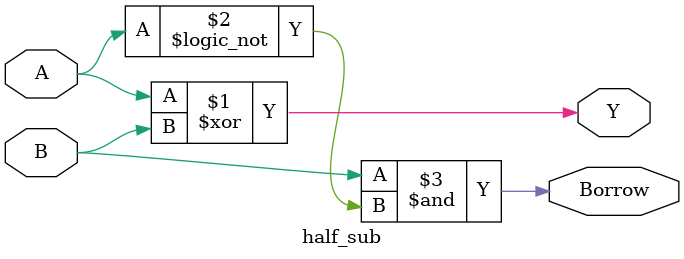
<source format=v>
module half_sub (
    input A,B,
    output Y, Borrow
);

assign Y = A ^ B;
assign Borrow = B & !A;

endmodule
</source>
